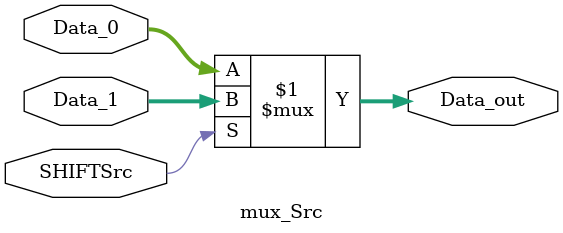
<source format=v>
module mux_Src(
    input   wire    SHIFTSrc,
    input   wire    [31:0]  Data_0,     // rt (REG B)
    input   wire    [31:0]  Data_1,     // rs (REG A)
    output   wire    [31:0]  Data_out
);

    assign  Data_out    =   (SHIFTSrc) ? Data_1  :   Data_0;

endmodule
</source>
